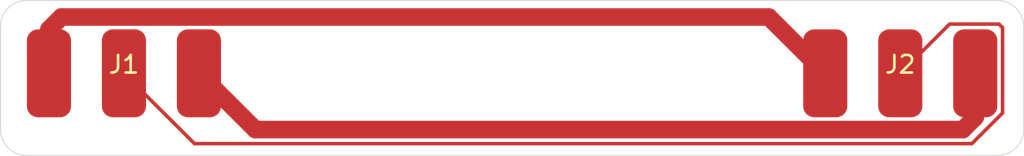
<source format=kicad_pcb>
(kicad_pcb (version 20240108) (generator "pcbnew") (generator_version "8.0")
  (title_block (title "LED strip connector") (date "2024-12-14") (rev "1"))
  (layers (0 "F.Cu" signal) (31 "B.Cu" signal) (34 "B.Paste" user) (35 "F.Paste" user) (36 "B.SilkS" user "B.Silkscreen") (37 "F.SilkS" user "F.Silkscreen") (38 "B.Mask" user) (39 "F.Mask" user) (44 "Edge.Cuts" user))
  (net 0 "")
  (net 1 "Net-(J1-Pin_3)")
  (net 2 "Net-(J1-Pin_2)")
  (net 3 "Net-(J1-Pin_1)")
  (footprint "Library:GND-DATA-5V" (layer "F.Cu") (at 27 22.5)
    (property "Reference" "J1" (at 0 -0.5 0) (layer "F.SilkS"))
    (property "Value" "Conn_01x03")
    (pad "1" smd roundrect (at -4.25 0) (size 2.5 5) (layers "F.Cu" "F.Paste" "F.Mask") (net 3 "Net-(J1-Pin_1)"))
    (pad "2" smd roundrect (at 0 0) (size 2.5 5) (layers "F.Cu" "F.Paste" "F.Mask") (net 2 "Net-(J1-Pin_2)"))
    (pad "3" smd roundrect (at 4.25 0) (size 2.5 5) (layers "F.Cu" "F.Paste" "F.Mask") (net 1 "Net-(J1-Pin_3)"))
  )
  (footprint "Library:GND-DATA-5V" (layer "F.Cu") (at 71 22.5)
    (property "Reference" "J2" (at 0 -0.5 0) (layer "F.SilkS"))
    (property "Value" "Conn_01x03")
    (pad "1" smd roundrect (at -4.25 0) (size 2.5 5) (layers "F.Cu" "F.Paste" "F.Mask") (net 3 "Net-(J1-Pin_1)"))
    (pad "2" smd roundrect (at 0 0) (size 2.5 5) (layers "F.Cu" "F.Paste" "F.Mask") (net 2 "Net-(J1-Pin_2)"))
    (pad "3" smd roundrect (at 4.25 0) (size 2.5 5) (layers "F.Cu" "F.Paste" "F.Mask") (net 1 "Net-(J1-Pin_3)"))
  )
  (gr_arc (start 21.5 27.178) (mid 20.43934 26.73866) (end 20 25.678) (stroke (width 0.05)) (layer "Edge.Cuts"))
  (gr_line (start 21.5 18.35666) (end 76.5 18.35666) (stroke (width 0.05)) (layer "Edge.Cuts"))
  (gr_line (start 76.5 27.178) (end 21.5 27.178) (stroke (width 0.05)) (layer "Edge.Cuts"))
  (gr_arc (start 20 19.85666) (mid 20.43934 18.796) (end 21.5 18.35666) (stroke (width 0.05)) (layer "Edge.Cuts"))
  (gr_arc (start 78 25.678) (mid 77.56066 26.73866) (end 76.5 27.178) (stroke (width 0.05)) (layer "Edge.Cuts"))
  (gr_arc (start 76.5 18.35666) (mid 77.56066 18.796) (end 78 19.85666) (stroke (width 0.05)) (layer "Edge.Cuts"))
  (gr_line (start 20 25.678) (end 20 19.85666) (stroke (width 0.05)) (layer "Edge.Cuts"))
  (gr_line (start 78 19.85666) (end 78 25.678) (stroke (width 0.05)) (layer "Edge.Cuts"))
  (segment (start 74.55 25.7) (end 75.25 25) (width 1) (layer "F.Cu") (net 1))
  (segment (start 31.25 22.5) (end 34.45 25.7) (width 1) (layer "F.Cu") (net 1))
  (segment (start 75.25 25) (end 75.25 22.5) (width 1) (layer "F.Cu") (net 1))
  (segment (start 34.45 25.7) (end 74.55 25.7) (width 1) (layer "F.Cu") (net 1))
  (segment (start 73.8 19.7) (end 71 22.5) (width 0.2) (layer "F.Cu") (net 2))
  (segment (start 27 22.5) (end 31 26.5) (width 0.2) (layer "F.Cu") (net 2))
  (segment (start 31 26.5) (end 75.058148 26.5) (width 0.2) (layer "F.Cu") (net 2))
  (segment (start 76.8 24.758148) (end 76.8 19.904) (width 0.2) (layer "F.Cu") (net 2))
  (segment (start 76.596 19.7) (end 73.8 19.7) (width 0.2) (layer "F.Cu") (net 2))
  (segment (start 75.058148 26.5) (end 76.8 24.758148) (width 0.2) (layer "F.Cu") (net 2))
  (segment (start 76.8 19.904) (end 76.596 19.7) (width 0.2) (layer "F.Cu") (net 2))
  (segment (start 63.55 19.3) (end 66.75 22.5) (width 1) (layer "F.Cu") (net 3))
  (segment (start 22.75 22.5) (end 22.75 20) (width 1) (layer "F.Cu") (net 3))
  (segment (start 22.75 20) (end 23.45 19.3) (width 1) (layer "F.Cu") (net 3))
  (segment (start 23.45 19.3) (end 63.55 19.3) (width 1) (layer "F.Cu") (net 3))
)
</source>
